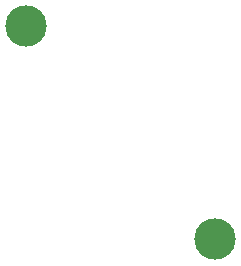
<source format=gbr>
%TF.GenerationSoftware,KiCad,Pcbnew,9.0.2*%
%TF.CreationDate,2025-12-15T13:06:35+07:00*%
%TF.ProjectId,HardwareElday,48617264-7761-4726-9545-6c6461792e6b,rev?*%
%TF.SameCoordinates,Original*%
%TF.FileFunction,NonPlated,1,2,NPTH,Drill*%
%TF.FilePolarity,Positive*%
%FSLAX46Y46*%
G04 Gerber Fmt 4.6, Leading zero omitted, Abs format (unit mm)*
G04 Created by KiCad (PCBNEW 9.0.2) date 2025-12-15 13:06:35*
%MOMM*%
%LPD*%
G01*
G04 APERTURE LIST*
%TA.AperFunction,ComponentDrill*%
%ADD10C,3.500000*%
%TD*%
G04 APERTURE END LIST*
D10*
%TO.C,Q1*%
X112500000Y-106500000D03*
%TO.C,Q2*%
X128430000Y-124500000D03*
M02*

</source>
